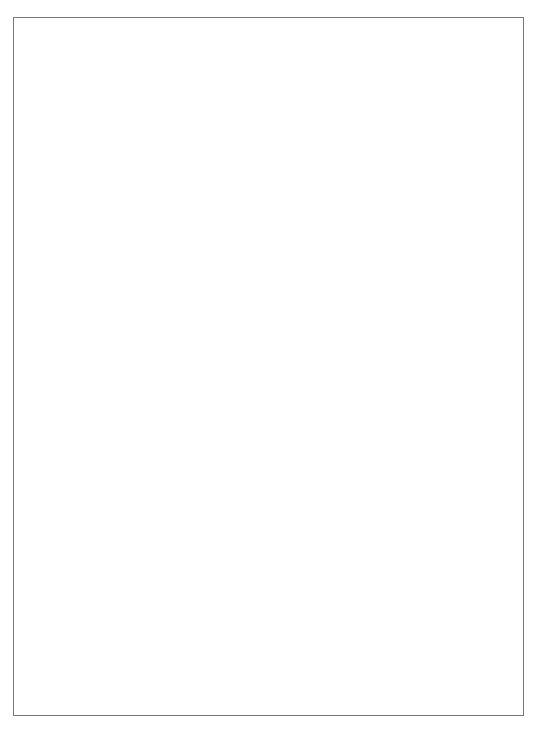
<source format=gm1>
%TF.GenerationSoftware,KiCad,Pcbnew,5.1.10*%
%TF.CreationDate,2021-12-13T09:12:43+01:00*%
%TF.ProjectId,main_board,6d61696e-5f62-46f6-9172-642e6b696361,rev?*%
%TF.SameCoordinates,Original*%
%TF.FileFunction,Profile,NP*%
%FSLAX46Y46*%
G04 Gerber Fmt 4.6, Leading zero omitted, Abs format (unit mm)*
G04 Created by KiCad (PCBNEW 5.1.10) date 2021-12-13 09:12:43*
%MOMM*%
%LPD*%
G01*
G04 APERTURE LIST*
%TA.AperFunction,Profile*%
%ADD10C,0.100000*%
%TD*%
G04 APERTURE END LIST*
D10*
X172085000Y-113030000D02*
X172085000Y-53975000D01*
X128905000Y-113030000D02*
X172085000Y-113030000D01*
X128905000Y-53975000D02*
X128905000Y-113030000D01*
X172085000Y-53975000D02*
X128905000Y-53975000D01*
M02*

</source>
